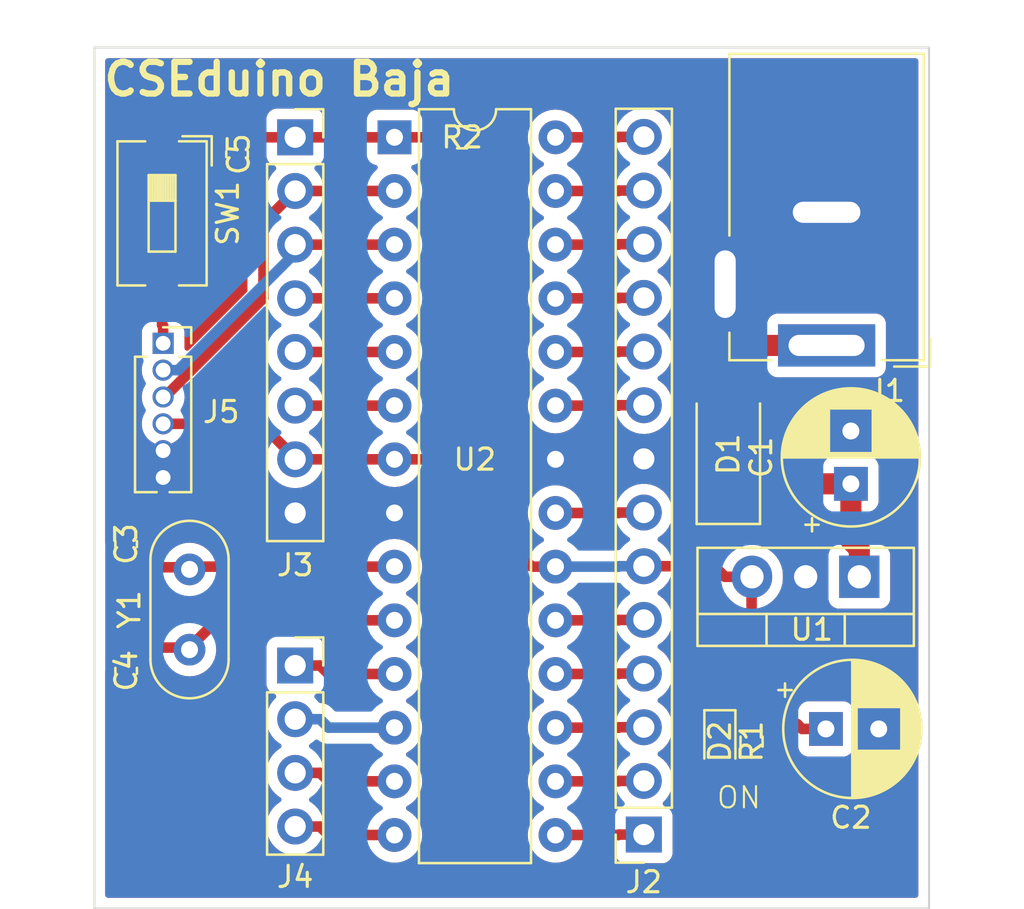
<source format=kicad_pcb>
(kicad_pcb (version 20211014) (generator pcbnew)
  (layers (0 "F.Cu" signal) (31 "B.Cu" signal) (34 "B.Paste" user) (35 "F.Paste" user) (36 "B.SilkS" user "B.Silkscreen") (37 "F.SilkS" user "F.Silkscreen") (38 "B.Mask" user) (39 "F.Mask" user) (44 "Edge.Cuts" user))
  (net 0 "")
  (net 1 "Net-(C1-Pad1)")
  (net 2 "GND")
  (net 3 "+5V")
  (net 4 "XTAL1")
  (net 5 "XTAL2")
  (net 6 "RESET")
  (net 7 "Net-(D1-Pad2)")
  (net 8 "Net-(D2-Pad2)")
  (net 9 "Net-(J2-Pad1)")
  (net 10 "Net-(J2-Pad2)")
  (net 11 "Net-(J2-Pad3)")
  (net 12 "Net-(J2-Pad4)")
  (net 13 "Net-(J2-Pad5)")
  (net 14 "AREF")
  (net 15 "Net-(J2-Pad9)")
  (net 16 "Net-(J2-Pad10)")
  (net 17 "Net-(J2-Pad11)")
  (net 18 "Net-(J2-Pad12)")
  (net 19 "Net-(J2-Pad13)")
  (net 20 "Net-(J2-Pad14)")
  (net 21 "RXD")
  (net 22 "TXD")
  (net 23 "Net-(J3-Pad4)")
  (net 24 "Net-(J3-Pad5)")
  (net 25 "Net-(J3-Pad6)")
  (net 26 "Net-(J4-Pad1)")
  (net 27 "Net-(J4-Pad2)")
  (net 28 "Net-(J4-Pad3)")
  (net 29 "PBO")
  (net 30 "Net-(J5-Pad1)")
  (footprint "Connector_BarrelJack:BarrelJack_GCT_DCJ200-10-A_Horizontal" (layer "F.Cu") (at 127.65 80.85 180)
    (fp_text reference "J1" (at -2.85 -2.15) (layer "F.SilkS"))
    (fp_text value "Barrel_Jack_MountingPin")
    (pad "1" thru_hole rect (at 0 0 180) (size 4.6 2) (drill oval 3.6 1) (layers *.Cu *.Mask) (net 7 "Net-(D1-Pad2)"))
    (pad "2" thru_hole oval (at 0 6.3 180) (size 4.2 2) (drill oval 3.2 1) (layers *.Cu *.Mask) (net 2 "GND"))
    (pad "MP" thru_hole oval (at 4.8 2.9 180) (size 2 4.2) (drill oval 1 3.2) (layers *.Cu *.Mask) (net 2 "GND"))
  )
  (footprint "LED_SMD:LED_0603_1608Metric" (layer "F.Cu") (at 122.6 99.6 -90)
    (fp_text reference "D2" (at 0 0 90) (layer "F.SilkS"))
    (fp_text value "LED")
    (pad "1" smd roundrect (at -0.7875 0 270) (size 0.875 0.95) (layers "F.Cu" "F.Paste" "F.Mask") (net 2 "GND"))
    (pad "2" smd roundrect (at 0.7875 0 270) (size 0.875 0.95) (layers "F.Cu" "F.Paste" "F.Mask") (net 8 "Net-(D2-Pad2)"))
  )
  (footprint "Capacitor_SMD:C_0603_1608Metric" (layer "F.Cu") (at 94.5 96.25 -90)
    (fp_text reference "C4" (at 0 0 90) (layer "F.SilkS"))
    (fp_text value "C")
    (pad "1" smd roundrect (at -0.775 0 270) (size 0.9 0.95) (layers "F.Cu" "F.Paste" "F.Mask") (net 5 "XTAL2"))
    (pad "2" smd roundrect (at 0.775 0 270) (size 0.9 0.95) (layers "F.Cu" "F.Paste" "F.Mask") (net 2 "GND"))
  )
  (footprint "Connector_PinSocket_2.54mm:PinSocket_1x04_P2.54mm_Vertical" (layer "F.Cu") (at 102.5 96)
    (fp_text reference "J4" (at 0 10) (layer "F.SilkS"))
    (fp_text value "Conn_01x04_Female")
    (pad "1" thru_hole rect (at 0 0) (size 1.7 1.7) (drill 1) (layers *.Cu *.Mask) (net 26 "Net-(J4-Pad1)"))
    (pad "2" thru_hole oval (at 0 2.54) (size 1.7 1.7) (drill 1) (layers *.Cu *.Mask) (net 27 "Net-(J4-Pad2)"))
    (pad "3" thru_hole oval (at 0 5.08) (size 1.7 1.7) (drill 1) (layers *.Cu *.Mask) (net 28 "Net-(J4-Pad3)"))
    (pad "4" thru_hole oval (at 0 7.62) (size 1.7 1.7) (drill 1) (layers *.Cu *.Mask) (net 29 "PBO"))
  )
  (footprint "Capacitor_THT:CP_Radial_D6.3mm_P2.50mm" (layer "F.Cu") (at 127.6176 99)
    (fp_text reference "C2" (at 1.182379 4.2) (layer "F.SilkS"))
    (fp_text value "100nF")
    (pad "1" thru_hole rect (at 0 0) (size 1.6 1.6) (drill 0.8) (layers *.Cu *.Mask) (net 3 "+5V"))
    (pad "2" thru_hole circle (at 2.5 0) (size 1.6 1.6) (drill 0.8) (layers *.Cu *.Mask) (net 2 "GND"))
  )
  (footprint "Crystal:Crystal_HC52-8mm_Vertical" (layer "F.Cu") (at 97.5 95.25 90)
    (fp_text reference "Y1" (at 1.9 -2.85 90) (layer "F.SilkS"))
    (fp_text value "Crystal")
    (pad "1" thru_hole circle (at 0 0 90) (size 1.5 1.5) (drill 0.8) (layers *.Cu *.Mask) (net 5 "XTAL2"))
    (pad "2" thru_hole circle (at 3.8 0 90) (size 1.5 1.5) (drill 0.8) (layers *.Cu *.Mask) (net 4 "XTAL1"))
  )
  (footprint "Diode_SMD:D_MELF" (layer "F.Cu") (at 123 86 90)
    (fp_text reference "D1" (at 0 0 90) (layer "F.SilkS"))
    (fp_text value "SM4001")
    (pad "1" smd rect (at -2.4 0 90) (size 1.5 2.7) (layers "F.Cu" "F.Paste" "F.Mask") (net 1 "Net-(C1-Pad1)"))
    (pad "2" smd rect (at 2.4 0 90) (size 1.5 2.7) (layers "F.Cu" "F.Paste" "F.Mask") (net 7 "Net-(D1-Pad2)"))
  )
  (footprint "Connector_PinSocket_2.54mm:PinSocket_1x08_P2.54mm_Vertical" (layer "F.Cu") (at 102.5 71)
    (fp_text reference "J3" (at 0 20.25) (layer "F.SilkS"))
    (fp_text value "Conn_01x08_Female")
    (pad "1" thru_hole rect (at 0 0) (size 1.7 1.7) (drill 1) (layers *.Cu *.Mask) (net 6 "RESET"))
    (pad "2" thru_hole oval (at 0 2.54) (size 1.7 1.7) (drill 1) (layers *.Cu *.Mask) (net 21 "RXD"))
    (pad "3" thru_hole oval (at 0 5.08) (size 1.7 1.7) (drill 1) (layers *.Cu *.Mask) (net 22 "TXD"))
    (pad "4" thru_hole oval (at 0 7.62) (size 1.7 1.7) (drill 1) (layers *.Cu *.Mask) (net 23 "Net-(J3-Pad4)"))
    (pad "5" thru_hole oval (at 0 10.16) (size 1.7 1.7) (drill 1) (layers *.Cu *.Mask) (net 24 "Net-(J3-Pad5)"))
    (pad "6" thru_hole oval (at 0 12.7) (size 1.7 1.7) (drill 1) (layers *.Cu *.Mask) (net 25 "Net-(J3-Pad6)"))
    (pad "7" thru_hole oval (at 0 15.24) (size 1.7 1.7) (drill 1) (layers *.Cu *.Mask) (net 3 "+5V"))
    (pad "8" thru_hole oval (at 0 17.78) (size 1.7 1.7) (drill 1) (layers *.Cu *.Mask) (net 2 "GND"))
  )
  (footprint "Connector_PinSocket_1.27mm:PinSocket_1x06_P1.27mm_Vertical" (layer "F.Cu") (at 96.25 80.75)
    (fp_text reference "J5" (at 2.75 3.25) (layer "F.SilkS"))
    (fp_text value "Conn_01x06_Female")
    (pad "1" thru_hole rect (at 0 0) (size 1 1) (drill 0.7) (layers *.Cu *.Mask) (net 30 "Net-(J5-Pad1)"))
    (pad "2" thru_hole oval (at 0 1.27) (size 1 1) (drill 0.7) (layers *.Cu *.Mask) (net 22 "TXD"))
    (pad "3" thru_hole oval (at 0 2.54) (size 1 1) (drill 0.7) (layers *.Cu *.Mask) (net 21 "RXD"))
    (pad "4" thru_hole oval (at 0 3.81) (size 1 1) (drill 0.7) (layers *.Cu *.Mask) (net 3 "+5V"))
    (pad "5" thru_hole oval (at 0 5.08) (size 1 1) (drill 0.7) (layers *.Cu *.Mask) (net 2 "GND"))
    (pad "6" thru_hole oval (at 0 6.35) (size 1 1) (drill 0.7) (layers *.Cu *.Mask) (net 2 "GND"))
  )
  (footprint "Capacitor_SMD:C_0603_1608Metric" (layer "F.Cu") (at 99.75 71.8 90)
    (fp_text reference "C5" (at 0 0.075 90) (layer "F.SilkS"))
    (fp_text value "C")
    (pad "1" smd roundrect (at -0.775 0 90) (size 0.9 0.95) (layers "F.Cu" "F.Paste" "F.Mask") (net 2 "GND"))
    (pad "2" smd roundrect (at 0.775 0 90) (size 0.9 0.95) (layers "F.Cu" "F.Paste" "F.Mask") (net 6 "RESET"))
  )
  (footprint "Capacitor_THT:CP_Radial_D6.3mm_P2.50mm" (layer "F.Cu") (at 128.8 87.4 90)
    (fp_text reference "C1" (at 1.25 -4.25 90) (layer "F.SilkS"))
    (fp_text value "100nF")
    (pad "1" thru_hole rect (at 0 0 90) (size 1.6 1.6) (drill 0.8) (layers *.Cu *.Mask) (net 1 "Net-(C1-Pad1)"))
    (pad "2" thru_hole circle (at 2.5 0 90) (size 1.6 1.6) (drill 0.8) (layers *.Cu *.Mask) (net 2 "GND"))
  )
  (footprint "Connector_PinSocket_2.54mm:PinSocket_1x14_P2.54mm_Vertical" (layer "F.Cu") (at 119 104 180)
    (fp_text reference "J2" (at 0 -2.25) (layer "F.SilkS"))
    (fp_text value "Conn_01x14_Female")
    (pad "1" thru_hole rect (at 0 0 180) (size 1.7 1.7) (drill 1) (layers *.Cu *.Mask) (net 9 "Net-(J2-Pad1)"))
    (pad "2" thru_hole oval (at 0 2.54 180) (size 1.7 1.7) (drill 1) (layers *.Cu *.Mask) (net 10 "Net-(J2-Pad2)"))
    (pad "3" thru_hole oval (at 0 5.08 180) (size 1.7 1.7) (drill 1) (layers *.Cu *.Mask) (net 11 "Net-(J2-Pad3)"))
    (pad "4" thru_hole oval (at 0 7.62 180) (size 1.7 1.7) (drill 1) (layers *.Cu *.Mask) (net 12 "Net-(J2-Pad4)"))
    (pad "5" thru_hole oval (at 0 10.16 180) (size 1.7 1.7) (drill 1) (layers *.Cu *.Mask) (net 13 "Net-(J2-Pad5)"))
    (pad "6" thru_hole oval (at 0 12.7 180) (size 1.7 1.7) (drill 1) (layers *.Cu *.Mask) (net 3 "+5V"))
    (pad "7" thru_hole oval (at 0 15.24 180) (size 1.7 1.7) (drill 1) (layers *.Cu *.Mask) (net 14 "AREF"))
    (pad "8" thru_hole oval (at 0 17.78 180) (size 1.7 1.7) (drill 1) (layers *.Cu *.Mask) (net 2 "GND"))
    (pad "9" thru_hole oval (at 0 20.32 180) (size 1.7 1.7) (drill 1) (layers *.Cu *.Mask) (net 15 "Net-(J2-Pad9)"))
    (pad "10" thru_hole oval (at 0 22.86 180) (size 1.7 1.7) (drill 1) (layers *.Cu *.Mask) (net 16 "Net-(J2-Pad10)"))
    (pad "11" thru_hole oval (at 0 25.4 180) (size 1.7 1.7) (drill 1) (layers *.Cu *.Mask) (net 17 "Net-(J2-Pad11)"))
    (pad "12" thru_hole oval (at 0 27.94 180) (size 1.7 1.7) (drill 1) (layers *.Cu *.Mask) (net 18 "Net-(J2-Pad12)"))
    (pad "13" thru_hole oval (at 0 30.48 180) (size 1.7 1.7) (drill 1) (layers *.Cu *.Mask) (net 19 "Net-(J2-Pad13)"))
    (pad "14" thru_hole oval (at 0 33.02 180) (size 1.7 1.7) (drill 1) (layers *.Cu *.Mask) (net 20 "Net-(J2-Pad14)"))
  )
  (footprint "Package_DIP:DIP-28_W7.62mm" (layer "F.Cu") (at 107.2 71)
    (fp_text reference "U2" (at 3.8 15.25) (layer "F.SilkS"))
    (fp_text value "ATmega328-P")
    (pad "1" thru_hole rect (at 0 0) (size 1.6 1.6) (drill 0.8) (layers *.Cu *.Mask) (net 6 "RESET"))
    (pad "2" thru_hole oval (at 0 2.54) (size 1.6 1.6) (drill 0.8) (layers *.Cu *.Mask) (net 21 "RXD"))
    (pad "3" thru_hole oval (at 0 5.08) (size 1.6 1.6) (drill 0.8) (layers *.Cu *.Mask) (net 22 "TXD"))
    (pad "4" thru_hole oval (at 0 7.62) (size 1.6 1.6) (drill 0.8) (layers *.Cu *.Mask) (net 23 "Net-(J3-Pad4)"))
    (pad "5" thru_hole oval (at 0 10.16) (size 1.6 1.6) (drill 0.8) (layers *.Cu *.Mask) (net 24 "Net-(J3-Pad5)"))
    (pad "6" thru_hole oval (at 0 12.7) (size 1.6 1.6) (drill 0.8) (layers *.Cu *.Mask) (net 25 "Net-(J3-Pad6)"))
    (pad "7" thru_hole oval (at 0 15.24) (size 1.6 1.6) (drill 0.8) (layers *.Cu *.Mask) (net 3 "+5V"))
    (pad "8" thru_hole oval (at 0 17.78) (size 1.6 1.6) (drill 0.8) (layers *.Cu *.Mask) (net 2 "GND"))
    (pad "9" thru_hole oval (at 0 20.32) (size 1.6 1.6) (drill 0.8) (layers *.Cu *.Mask) (net 4 "XTAL1"))
    (pad "10" thru_hole oval (at 0 22.86) (size 1.6 1.6) (drill 0.8) (layers *.Cu *.Mask) (net 5 "XTAL2"))
    (pad "11" thru_hole oval (at 0 25.4) (size 1.6 1.6) (drill 0.8) (layers *.Cu *.Mask) (net 26 "Net-(J4-Pad1)"))
    (pad "12" thru_hole oval (at 0 27.94) (size 1.6 1.6) (drill 0.8) (layers *.Cu *.Mask) (net 27 "Net-(J4-Pad2)"))
    (pad "13" thru_hole oval (at 0 30.48) (size 1.6 1.6) (drill 0.8) (layers *.Cu *.Mask) (net 28 "Net-(J4-Pad3)"))
    (pad "14" thru_hole oval (at 0 33.02) (size 1.6 1.6) (drill 0.8) (layers *.Cu *.Mask) (net 29 "PBO"))
    (pad "15" thru_hole oval (at 7.62 33.02) (size 1.6 1.6) (drill 0.8) (layers *.Cu *.Mask) (net 9 "Net-(J2-Pad1)"))
    (pad "16" thru_hole oval (at 7.62 30.48) (size 1.6 1.6) (drill 0.8) (layers *.Cu *.Mask) (net 10 "Net-(J2-Pad2)"))
    (pad "17" thru_hole oval (at 7.62 27.94) (size 1.6 1.6) (drill 0.8) (layers *.Cu *.Mask) (net 11 "Net-(J2-Pad3)"))
    (pad "18" thru_hole oval (at 7.62 25.4) (size 1.6 1.6) (drill 0.8) (layers *.Cu *.Mask) (net 12 "Net-(J2-Pad4)"))
    (pad "19" thru_hole oval (at 7.62 22.86) (size 1.6 1.6) (drill 0.8) (layers *.Cu *.Mask) (net 13 "Net-(J2-Pad5)"))
    (pad "20" thru_hole oval (at 7.62 20.32) (size 1.6 1.6) (drill 0.8) (layers *.Cu *.Mask) (net 3 "+5V"))
    (pad "21" thru_hole oval (at 7.62 17.78) (size 1.6 1.6) (drill 0.8) (layers *.Cu *.Mask) (net 14 "AREF"))
    (pad "22" thru_hole oval (at 7.62 15.24) (size 1.6 1.6) (drill 0.8) (layers *.Cu *.Mask) (net 2 "GND"))
    (pad "23" thru_hole oval (at 7.62 12.7) (size 1.6 1.6) (drill 0.8) (layers *.Cu *.Mask) (net 15 "Net-(J2-Pad9)"))
    (pad "24" thru_hole oval (at 7.62 10.16) (size 1.6 1.6) (drill 0.8) (layers *.Cu *.Mask) (net 16 "Net-(J2-Pad10)"))
    (pad "25" thru_hole oval (at 7.62 7.62) (size 1.6 1.6) (drill 0.8) (layers *.Cu *.Mask) (net 17 "Net-(J2-Pad11)"))
    (pad "26" thru_hole oval (at 7.62 5.08) (size 1.6 1.6) (drill 0.8) (layers *.Cu *.Mask) (net 18 "Net-(J2-Pad12)"))
    (pad "27" thru_hole oval (at 7.62 2.54) (size 1.6 1.6) (drill 0.8) (layers *.Cu *.Mask) (net 19 "Net-(J2-Pad13)"))
    (pad "28" thru_hole oval (at 7.62 0) (size 1.6 1.6) (drill 0.8) (layers *.Cu *.Mask) (net 20 "Net-(J2-Pad14)"))
  )
  (footprint "Resistor_SMD:R_0603_1608Metric" (layer "F.Cu") (at 110.4 71)
    (fp_text reference "R2" (at 0 0) (layer "F.SilkS"))
    (fp_text value "10K")
    (pad "1" smd roundrect (at -0.825 0) (size 0.8 0.95) (layers "F.Cu" "F.Paste" "F.Mask") (net 6 "RESET"))
    (pad "2" smd roundrect (at 0.825 0) (size 0.8 0.95) (layers "F.Cu" "F.Paste" "F.Mask") (net 3 "+5V"))
  )
  (footprint "Resistor_SMD:R_0603_1608Metric" (layer "F.Cu") (at 124.1 99.6 -90)
    (fp_text reference "R1" (at 0 0 90) (layer "F.SilkS"))
    (fp_text value "R")
    (pad "1" smd roundrect (at -0.825 0 270) (size 0.8 0.95) (layers "F.Cu" "F.Paste" "F.Mask") (net 3 "+5V"))
    (pad "2" smd roundrect (at 0.825 0 270) (size 0.8 0.95) (layers "F.Cu" "F.Paste" "F.Mask") (net 8 "Net-(D2-Pad2)"))
  )
  (footprint "Package_TO_SOT_THT:TO-220-3_Vertical" (layer "F.Cu") (at 129.2 91.8 180)
    (fp_text reference "U1" (at 2.25 -2.5) (layer "F.SilkS"))
    (fp_text value "LM7805_TO220")
    (pad "1" thru_hole rect (at 0 0 180) (size 1.905 2) (drill 1.1) (layers *.Cu *.Mask) (net 1 "Net-(C1-Pad1)"))
    (pad "2" thru_hole oval (at 2.54 0 180) (size 1.905 2) (drill 1.1) (layers *.Cu *.Mask) (net 2 "GND"))
    (pad "3" thru_hole oval (at 5.08 0 180) (size 1.905 2) (drill 1.1) (layers *.Cu *.Mask) (net 3 "+5V"))
  )
  (footprint "Button_Switch_SMD:SW_DIP_SPSTx01_Slide_6.7x4.1mm_W6.73mm_P2.54mm_LowProfile_JPin" (layer "F.Cu") (at 96.2 74.6 -90)
    (fp_text reference "SW1" (at 0 -3.11 90) (layer "F.SilkS"))
    (fp_text value "SW_Push")
    (pad "1" smd rect (at -3.365 0 270) (size 2.16 1.12) (layers "F.Cu" "F.Paste" "F.Mask") (net 6 "RESET"))
    (pad "2" smd rect (at 3.365 0 270) (size 2.16 1.12) (layers "F.Cu" "F.Paste" "F.Mask") (net 30 "Net-(J5-Pad1)"))
  )
  (footprint "Capacitor_SMD:C_0603_1608Metric" (layer "F.Cu") (at 94.5 90.25 -90)
    (fp_text reference "C3" (at 0 0 90) (layer "F.SilkS"))
    (fp_text value "C")
    (pad "1" smd roundrect (at -0.775 0 270) (size 0.9 0.95) (layers "F.Cu" "F.Paste" "F.Mask") (net 2 "GND"))
    (pad "2" smd roundrect (at 0.775 0 270) (size 0.9 0.95) (layers "F.Cu" "F.Paste" "F.Mask") (net 4 "XTAL1"))
  )
  (gr_line (start 93 107.5) (end 93 66.75) (layer "Edge.Cuts") (width 0.1))
  (gr_line (start 132.5 107.5) (end 93 107.5) (layer "Edge.Cuts") (width 0.1))
  (gr_line (start 132.5 66.75) (end 132.5 107.5) (layer "Edge.Cuts") (width 0.1))
  (gr_line (start 132.5 66.75) (end 93 66.75) (layer "Edge.Cuts") (width 0.1))
  (gr_text "CSEduino Baja" (at 101.75 68.25) (layer "F.SilkS") (effects (font (size 1.5 1.5) (thickness 0.3))))
  (gr_text "ON" (at 123.5 102.25) (layer "F.SilkS") (effects (font (size 1 1) (thickness 0.1))))
  (segment (start 128.8 90.0749) (end 128.8 87.4) (width 1) (layer "F.Cu") (net 1))
  (segment (start 124.675 88.4) (end 125.675 87.4) (width 1) (layer "F.Cu") (net 1))
  (segment (start 123 88.4) (end 124.675 88.4) (width 1) (layer "F.Cu") (net 1))
  (segment (start 125.675 87.4) (end 128.8 87.4) (width 1) (layer "F.Cu") (net 1))
  (segment (start 129.2 90.4749) (end 128.8 90.0749) (width 1) (layer "F.Cu") (net 1))
  (segment (start 129.2 91.8) (end 129.2 90.4749) (width 1) (layer "F.Cu") (net 1))
  (segment (start 126.492 99) (end 127.6176 99) (width 0.5) (layer "F.Cu") (net 3))
  (segment (start 114.82 91.32) (end 113.695 91.32) (width 0.5) (layer "F.Cu") (net 3))
  (segment (start 108.615 86.24) (end 107.2 86.24) (width 0.5) (layer "F.Cu") (net 3))
  (segment (start 124.1 98.775) (end 126.268 98.775) (width 0.5) (layer "F.Cu") (net 3))
  (segment (start 124.1 92.2521) (end 124.1 98.775) (width 0.5) (layer "F.Cu") (net 3))
  (segment (start 113.695 91.32) (end 108.615 86.24) (width 0.5) (layer "F.Cu") (net 3))
  (segment (start 100.88 84.56) (end 96.25 84.56) (width 0.5) (layer "F.Cu") (net 3))
  (segment (start 102.56 86.24) (end 100.88 84.56) (width 0.5) (layer "F.Cu") (net 3))
  (segment (start 127.6176 99) (end 127.618 99) (width 0.5) (layer "F.Cu") (net 3))
  (segment (start 111.225 71) (end 111.225 83.63) (width 0.5) (layer "F.Cu") (net 3))
  (segment (start 122.842 91.8) (end 123.648 91.8) (width 0.5) (layer "F.Cu") (net 3))
  (segment (start 124.12 91.8) (end 123.648 91.8) (width 0.5) (layer "F.Cu") (net 3))
  (segment (start 123.648 91.8) (end 124.1 92.2521) (width 0.5) (layer "F.Cu") (net 3))
  (segment (start 119 91.3) (end 122.342 91.3) (width 0.5) (layer "F.Cu") (net 3))
  (segment (start 126.268 98.775) (end 126.492 99) (width 0.5) (layer "F.Cu") (net 3))
  (segment (start 122.342 91.3) (end 122.842 91.8) (width 0.5) (layer "F.Cu") (net 3))
  (segment (start 102.56 86.24) (end 102.5 86.24) (width 0.5) (layer "F.Cu") (net 3))
  (segment (start 107.2 86.24) (end 102.56 86.24) (width 0.5) (layer "F.Cu") (net 3))
  (segment (start 111.225 83.63) (end 108.615 86.24) (width 0.5) (layer "F.Cu") (net 3))
  (segment (start 119 91.3) (end 117.825 91.3) (width 0.5) (layer "B.Cu") (net 3))
  (segment (start 117.805 91.32) (end 114.82 91.32) (width 0.5) (layer "B.Cu") (net 3))
  (segment (start 117.825 91.3) (end 117.805 91.32) (width 0.5) (layer "B.Cu") (net 3))
  (segment (start 97.5 91.35) (end 94.825 91.35) (width 0.5) (layer "F.Cu") (net 4))
  (segment (start 94.825 91.35) (end 94.5 91.025) (width 0.5) (layer "F.Cu") (net 4))
  (segment (start 107.2 91.32) (end 97.53 91.32) (width 0.5) (layer "F.Cu") (net 4))
  (segment (start 97.53 91.32) (end 97.5 91.35) (width 0.5) (layer "F.Cu") (net 4))
  (segment (start 98.79 93.86) (end 97.5 95.15) (width 0.5) (layer "F.Cu") (net 5))
  (segment (start 94.825 95.15) (end 94.5 95.475) (width 0.5) (layer "F.Cu") (net 5))
  (segment (start 107.2 93.86) (end 98.79 93.86) (width 0.5) (layer "F.Cu") (net 5))
  (segment (start 97.5 95.15) (end 94.825 95.15) (width 0.5) (layer "F.Cu") (net 5))
  (segment (start 97.2951 71.025) (end 97.0851 71.235) (width 0.5) (layer "F.Cu") (net 6))
  (segment (start 99.775 71) (end 99.75 71.025) (width 0.5) (layer "F.Cu") (net 6))
  (segment (start 99.75 71.025) (end 97.2951 71.025) (width 0.5) (layer "F.Cu") (net 6))
  (segment (start 102.5 71) (end 107.2 71) (width 0.5) (layer "F.Cu") (net 6))
  (segment (start 107.2 71) (end 109.575 71) (width 0.5) (layer "F.Cu") (net 6))
  (segment (start 102.5 71) (end 99.775 71) (width 0.5) (layer "F.Cu") (net 6))
  (segment (start 96.2 71.235) (end 97.0851 71.235) (width 0.5) (layer "F.Cu") (net 6))
  (segment (start 124.675 80.85) (end 127.65 80.85) (width 1) (layer "F.Cu") (net 7))
  (segment (start 123 83.6) (end 123 82.5249) (width 1) (layer "F.Cu") (net 7))
  (segment (start 123 82.5249) (end 124.675 80.85) (width 1) (layer "F.Cu") (net 7))
  (segment (start 122.605 100.3925) (end 122.6025 100.3902) (width 0.5) (layer "F.Cu") (net 8))
  (segment (start 122.61 100.397) (end 122.605 100.3925) (width 0.5) (layer "F.Cu") (net 8))
  (segment (start 122.605 100.3925) (end 122.61 100.397) (width 0.5) (layer "F.Cu") (net 8))
  (segment (start 122.638 100.425) (end 124.1 100.425) (width 0.5) (layer "F.Cu") (net 8))
  (segment (start 122.6 100.388) (end 122.6025 100.3902) (width 0.5) (layer "F.Cu") (net 8))
  (segment (start 122.61 100.397) (end 122.638 100.425) (width 0.5) (layer "F.Cu") (net 8))
  (segment (start 122.6025 100.3902) (end 122.605 100.3925) (width 0.5) (layer "F.Cu") (net 8))
  (segment (start 122.6025 100.3902) (end 122.6 100.388) (width 0.5) (layer "F.Cu") (net 8))
  (segment (start 122.6 100.3875) (end 122.6 100.388) (width 0.5) (layer "F.Cu") (net 8))
  (segment (start 117.825 104) (end 117.805 104.02) (width 0.5) (layer "F.Cu") (net 9))
  (segment (start 117.805 104.02) (end 114.82 104.02) (width 0.5) (layer "F.Cu") (net 9))
  (segment (start 119 104) (end 117.825 104) (width 0.5) (layer "F.Cu") (net 9))
  (segment (start 119 101.46) (end 117.825 101.46) (width 0.5) (layer "F.Cu") (net 10))
  (segment (start 117.825 101.46) (end 117.805 101.48) (width 0.5) (layer "F.Cu") (net 10))
  (segment (start 117.805 101.48) (end 114.82 101.48) (width 0.5) (layer "F.Cu") (net 10))
  (segment (start 119 98.92) (end 117.825 98.92) (width 0.5) (layer "F.Cu") (net 11))
  (segment (start 117.825 98.92) (end 117.805 98.94) (width 0.5) (layer "F.Cu") (net 11))
  (segment (start 117.805 98.94) (end 114.82 98.94) (width 0.5) (layer "F.Cu") (net 11))
  (segment (start 117.805 96.4) (end 114.82 96.4) (width 0.5) (layer "F.Cu") (net 12))
  (segment (start 117.825 96.38) (end 117.805 96.4) (width 0.5) (layer "F.Cu") (net 12))
  (segment (start 119 96.38) (end 117.825 96.38) (width 0.5) (layer "F.Cu") (net 12))
  (segment (start 117.825 93.84) (end 117.805 93.86) (width 0.5) (layer "F.Cu") (net 13))
  (segment (start 119 93.84) (end 117.825 93.84) (width 0.5) (layer "F.Cu") (net 13))
  (segment (start 117.805 93.86) (end 114.82 93.86) (width 0.5) (layer "F.Cu") (net 13))
  (segment (start 117.825 88.76) (end 117.805 88.78) (width 0.5) (layer "F.Cu") (net 14))
  (segment (start 117.805 88.78) (end 114.82 88.78) (width 0.5) (layer "F.Cu") (net 14))
  (segment (start 119 88.76) (end 117.825 88.76) (width 0.5) (layer "F.Cu") (net 14))
  (segment (start 119 83.68) (end 117.825 83.68) (width 0.5) (layer "F.Cu") (net 15))
  (segment (start 117.825 83.68) (end 117.805 83.7) (width 0.5) (layer "F.Cu") (net 15))
  (segment (start 117.805 83.7) (end 114.82 83.7) (width 0.5) (layer "F.Cu") (net 15))
  (segment (start 117.825 81.14) (end 117.805 81.16) (width 0.5) (layer "F.Cu") (net 16))
  (segment (start 119 81.14) (end 117.825 81.14) (width 0.5) (layer "F.Cu") (net 16))
  (segment (start 117.805 81.16) (end 114.82 81.16) (width 0.5) (layer "F.Cu") (net 16))
  (segment (start 117.805 78.62) (end 114.82 78.62) (width 0.5) (layer "F.Cu") (net 17))
  (segment (start 117.825 78.6) (end 117.805 78.62) (width 0.5) (layer "F.Cu") (net 17))
  (segment (start 119 78.6) (end 117.825 78.6) (width 0.5) (layer "F.Cu") (net 17))
  (segment (start 117.805 76.08) (end 114.82 76.08) (width 0.5) (layer "F.Cu") (net 18))
  (segment (start 117.825 76.06) (end 117.805 76.08) (width 0.5) (layer "F.Cu") (net 18))
  (segment (start 119 76.06) (end 117.825 76.06) (width 0.5) (layer "F.Cu") (net 18))
  (segment (start 117.805 73.54) (end 114.82 73.54) (width 0.5) (layer "F.Cu") (net 19))
  (segment (start 119 73.52) (end 117.825 73.52) (width 0.5) (layer "F.Cu") (net 19))
  (segment (start 117.825 73.52) (end 117.805 73.54) (width 0.5) (layer "F.Cu") (net 19))
  (segment (start 117.825 70.98) (end 117.805 71) (width 0.5) (layer "F.Cu") (net 20))
  (segment (start 119 70.98) (end 117.825 70.98) (width 0.5) (layer "F.Cu") (net 20))
  (segment (start 117.805 71) (end 114.82 71) (width 0.5) (layer "F.Cu") (net 20))
  (segment (start 101.16 74.84) (end 101 75) (width 0.5) (layer "F.Cu") (net 21))
  (segment (start 96.3235 83.29) (end 96.25 83.29) (width 0.5) (layer "F.Cu") (net 21))
  (segment (start 101 75) (end 101 78.6135) (width 0.5) (layer "F.Cu") (net 21))
  (segment (start 107.2 73.54) (end 102.5 73.54) (width 0.5) (layer "F.Cu") (net 21))
  (segment (start 101.2 74.84) (end 101.16 74.84) (width 0.5) (layer "F.Cu") (net 21))
  (segment (start 102.5 73.54) (end 101.2 74.84) (width 0.5) (layer "F.Cu") (net 21))
  (segment (start 101 78.6135) (end 96.3235 83.29) (width 0.5) (layer "F.Cu") (net 21))
  (segment (start 107.2 76.08) (end 102.5 76.08) (width 0.5) (layer "F.Cu") (net 22))
  (segment (start 96.9571 82.02) (end 96.25 82.02) (width 0.5) (layer "B.Cu") (net 22))
  (segment (start 102.5 76.08) (end 102.5 76.4771) (width 0.5) (layer "B.Cu") (net 22))
  (segment (start 102.5 76.4771) (end 96.9571 82.02) (width 0.5) (layer "B.Cu") (net 22))
  (segment (start 107.2 78.62) (end 102.5 78.62) (width 0.5) (layer "F.Cu") (net 23))
  (segment (start 107.2 81.16) (end 102.5 81.16) (width 0.5) (layer "F.Cu") (net 24))
  (segment (start 107.2 83.7) (end 102.5 83.7) (width 0.5) (layer "F.Cu") (net 25))
  (segment (start 103.675 96) (end 104.075 96.4) (width 0.5) (layer "F.Cu") (net 26))
  (segment (start 104.075 96.4) (end 107.2 96.4) (width 0.5) (layer "F.Cu") (net 26))
  (segment (start 102.5 96) (end 103.675 96) (width 0.5) (layer "F.Cu") (net 26))
  (segment (start 102.5 98.54) (end 103.675 98.54) (width 0.5) (layer "B.Cu") (net 27))
  (segment (start 104.075 98.94) (end 107.2 98.94) (width 0.5) (layer "B.Cu") (net 27))
  (segment (start 103.675 98.54) (end 104.075 98.94) (width 0.5) (layer "B.Cu") (net 27))
  (segment (start 102.5 101.08) (end 103.675 101.08) (width 0.5) (layer "F.Cu") (net 28))
  (segment (start 103.675 101.08) (end 104.075 101.48) (width 0.5) (layer "F.Cu") (net 28))
  (segment (start 104.075 101.48) (end 107.2 101.48) (width 0.5) (layer "F.Cu") (net 28))
  (segment (start 103.675 103.62) (end 104.075 104.02) (width 0.5) (layer "F.Cu") (net 29))
  (segment (start 104.075 104.02) (end 107.2 104.02) (width 0.5) (layer "F.Cu") (net 29))
  (segment (start 102.5 103.62) (end 103.675 103.62) (width 0.5) (layer "F.Cu") (net 29))
  (segment (start 96.25 79.9249) (end 96.2 79.8749) (width 0.5) (layer "F.Cu") (net 30))
  (segment (start 96.2 79.8749) (end 96.2 77.965) (width 0.5) (layer "F.Cu") (net 30))
  (segment (start 96.25 80.75) (end 96.25 79.9249) (width 0.5) (layer "F.Cu") (net 30))
  (zone (net 2) (net_name "GND") (layers F&B.Cu) (connect_pads yes (clearance 0.508)) (min_thickness 0.254) (fill yes (thermal_gap 0.508) (thermal_bridge_width 0.508))
    (polygon (pts (xy 132.25 107.25) (xy 93.25 107.25) (xy 93.25 67) (xy 132.25 67)))
  )
)
</source>
